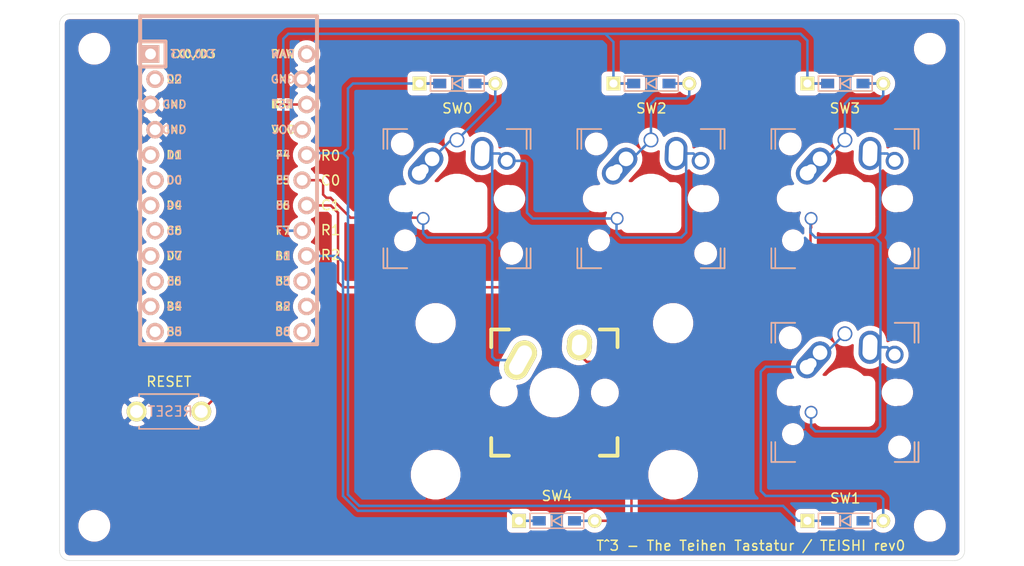
<source format=kicad_pcb>
(kicad_pcb (version 20171130) (host pcbnew "(5.1.2-1)-1")
  (layers (0 F.Cu signal) (31 B.Cu signal) (34 B.Paste user) (35 F.Paste user) (36 B.SilkS user) (37 F.SilkS user) (38 B.Mask user) (39 F.Mask user) (44 Edge.Cuts user))
  (net 0 "")
  (net 1 ROW0)
  (net 2 "Net-(D0-Pad2)")
  (net 3 "Net-(D1-Pad2)")
  (net 4 ROW1)
  (net 5 "Net-(D2-Pad2)")
  (net 6 "Net-(D3-Pad2)")
  (net 7 ROW2)
  (net 8 "Net-(D4-Pad2)")
  (net 9 COL0)
  (net 10 COL1)
  (net 11 RST)
  (net 12 GND)
  (module zeriyoshi:zeriparrot (layer F.Cu) (at 21.5 45)
    (fp_text reference G*** hide)
    (fp_text value LOGO hide)
  )
  (module MountingHole:MountingHole_2.2mm_M2 (layer F.Cu) (at 3.5 51.5)
    (fp_text reference REF** hide)
    (fp_text value MountingHole_2.2mm_M2)
    (pad 1 np_thru_hole circle (at 0 0) (size 2.2 2.2) (drill 2.2) (layers *.Cu *.Mask))
  )
  (module MountingHole:MountingHole_2.2mm_M2 (layer F.Cu) (at 87.5 51.5)
    (fp_text reference REF** hide)
    (fp_text value MountingHole_2.2mm_M2)
    (pad 1 np_thru_hole circle (at 0 0) (size 2.2 2.2) (drill 2.2) (layers *.Cu *.Mask))
  )
  (module MountingHole:MountingHole_2.2mm_M2 (layer F.Cu) (at 87.5 3.5)
    (fp_text reference REF** hide)
    (fp_text value MountingHole_2.2mm_M2)
    (pad 1 np_thru_hole circle (at 0 0) (size 2.2 2.2) (drill 2.2) (layers *.Cu *.Mask))
  )
  (module MountingHole:MountingHole_2.2mm_M2 (layer F.Cu) (at 3.5 3.5)
    (fp_text reference REF** hide)
    (fp_text value MountingHole_2.2mm_M2)
    (pad 1 np_thru_hole circle (at 0 0) (size 2.2 2.2) (drill 2.2) (layers *.Cu *.Mask))
  )
  (module keebio_san:ArduinoProMicro-ZigZag (layer F.Cu) (at 17 18 270)
    (fp_text reference U1 hide)
    (fp_text value ProMicro hide)
    (fp_text user ST (at -8.91 -5.04) (layer B.SilkS) (effects (font (size 0.8 0.8)) (justify mirror)))
    (fp_text user TX0/D3 (at -13.97 3.571872) (layer F.SilkS) (effects (font (size 0.8 0.8))))
    (fp_text user TX0/D3 (at -13.97 3.571872) (layer B.SilkS) (effects (font (size 0.8 0.8)) (justify mirror)))
    (fp_text user D2 (at -11.43 5.461) (layer F.SilkS) (effects (font (size 0.8 0.8))))
    (fp_text user D0 (at -1.27 5.461) (layer F.SilkS) (effects (font (size 0.8 0.8))))
    (fp_text user D1 (at -3.81 5.461) (layer F.SilkS) (effects (font (size 0.8 0.8))))
    (fp_text user GND (at -6.35 5.461) (layer F.SilkS) (effects (font (size 0.8 0.8))))
    (fp_text user GND (at -8.89 5.461) (layer F.SilkS) (effects (font (size 0.8 0.8))))
    (fp_text user D4 (at 1.27 5.461) (layer F.SilkS) (effects (font (size 0.8 0.8))))
    (fp_text user C6 (at 3.81 5.461) (layer F.SilkS) (effects (font (size 0.8 0.8))))
    (fp_text user D7 (at 6.35 5.461) (layer F.SilkS) (effects (font (size 0.8 0.8))))
    (fp_text user E6 (at 8.89 5.461) (layer F.SilkS) (effects (font (size 0.8 0.8))))
    (fp_text user B4 (at 11.43 5.461) (layer F.SilkS) (effects (font (size 0.8 0.8))))
    (fp_text user B5 (at 13.97 5.461) (layer F.SilkS) (effects (font (size 0.8 0.8))))
    (fp_text user B6 (at 13.97 -5.461) (layer F.SilkS) (effects (font (size 0.8 0.8))))
    (fp_text user B2 (at 11.43 -5.461) (layer B.SilkS) (effects (font (size 0.8 0.8)) (justify mirror)))
    (fp_text user B3 (at 8.89 -5.461) (layer F.SilkS) (effects (font (size 0.8 0.8))))
    (fp_text user B1 (at 6.35 -5.461) (layer F.SilkS) (effects (font (size 0.8 0.8))))
    (fp_text user F7 (at 3.81 -5.461) (layer B.SilkS) (effects (font (size 0.8 0.8)) (justify mirror)))
    (fp_text user F6 (at 1.27 -5.461) (layer B.SilkS) (effects (font (size 0.8 0.8)) (justify mirror)))
    (fp_text user F5 (at -1.27 -5.461) (layer B.SilkS) (effects (font (size 0.8 0.8)) (justify mirror)))
    (fp_text user F4 (at -3.81 -5.461) (layer F.SilkS) (effects (font (size 0.8 0.8))))
    (fp_text user VCC (at -6.35 -5.461) (layer F.SilkS) (effects (font (size 0.8 0.8))))
    (fp_text user ST (at -8.92 -5.73312) (layer F.SilkS) (effects (font (size 0.8 0.8))))
    (fp_text user GND (at -11.43 -5.461) (layer F.SilkS) (effects (font (size 0.8 0.8))))
    (fp_text user RAW (at -13.97 -5.461) (layer F.SilkS) (effects (font (size 0.8 0.8))))
    (fp_text user RAW (at -13.97 -5.461) (layer B.SilkS) (effects (font (size 0.8 0.8)) (justify mirror)))
    (fp_text user GND (at -11.43 -5.461) (layer B.SilkS) (effects (font (size 0.8 0.8)) (justify mirror)))
    (fp_text user VCC (at -6.35 -5.461) (layer B.SilkS) (effects (font (size 0.8 0.8)) (justify mirror)))
    (fp_text user F4 (at -3.81 -5.461) (layer B.SilkS) (effects (font (size 0.8 0.8)) (justify mirror)))
    (fp_text user F5 (at -1.27 -5.461) (layer F.SilkS) (effects (font (size 0.8 0.8))))
    (fp_text user F6 (at 1.27 -5.461) (layer F.SilkS) (effects (font (size 0.8 0.8))))
    (fp_text user F7 (at 3.81 -5.461) (layer F.SilkS) (effects (font (size 0.8 0.8))))
    (fp_text user B1 (at 6.35 -5.461) (layer B.SilkS) (effects (font (size 0.8 0.8)) (justify mirror)))
    (fp_text user B3 (at 8.89 -5.461) (layer B.SilkS) (effects (font (size 0.8 0.8)) (justify mirror)))
    (fp_text user B2 (at 11.43 -5.461) (layer F.SilkS) (effects (font (size 0.8 0.8))))
    (fp_text user B6 (at 13.97 -5.461) (layer B.SilkS) (effects (font (size 0.8 0.8)) (justify mirror)))
    (fp_text user B5 (at 13.97 5.461) (layer B.SilkS) (effects (font (size 0.8 0.8)) (justify mirror)))
    (fp_text user B4 (at 11.43 5.461) (layer B.SilkS) (effects (font (size 0.8 0.8)) (justify mirror)))
    (fp_text user E6 (at 8.89 5.461) (layer B.SilkS) (effects (font (size 0.8 0.8)) (justify mirror)))
    (fp_text user D7 (at 6.35 5.461) (layer B.SilkS) (effects (font (size 0.8 0.8)) (justify mirror)))
    (fp_text user C6 (at 3.81 5.461) (layer B.SilkS) (effects (font (size 0.8 0.8)) (justify mirror)))
    (fp_text user D4 (at 1.27 5.461) (layer B.SilkS) (effects (font (size 0.8 0.8)) (justify mirror)))
    (fp_text user GND (at -8.89 5.461) (layer B.SilkS) (effects (font (size 0.8 0.8)) (justify mirror)))
    (fp_text user GND (at -6.35 5.461) (layer B.SilkS) (effects (font (size 0.8 0.8)) (justify mirror)))
    (fp_text user D1 (at -3.81 5.461) (layer B.SilkS) (effects (font (size 0.8 0.8)) (justify mirror)))
    (fp_text user D0 (at -1.27 5.461) (layer B.SilkS) (effects (font (size 0.8 0.8)) (justify mirror)))
    (fp_text user D2 (at -11.43 5.461) (layer B.SilkS) (effects (font (size 0.8 0.8)) (justify mirror)))
    (pad 24 thru_hole circle (at -13.97 -7.8486 270) (size 1.7526 1.7526) (drill 1.0922) (layers *.Cu *.SilkS *.Mask))
    (pad 12 thru_hole circle (at 13.97 7.3914 270) (size 1.7526 1.7526) (drill 1.0922) (layers *.Cu *.SilkS *.Mask))
    (pad 23 thru_hole circle (at -11.43 -7.3914 270) (size 1.7526 1.7526) (drill 1.0922) (layers *.Cu *.SilkS *.Mask) (net 12 GND))
    (pad 22 thru_hole circle (at -8.89 -7.8486 270) (size 1.7526 1.7526) (drill 1.0922) (layers *.Cu *.SilkS *.Mask) (net 11 RST))
    (pad 21 thru_hole circle (at -6.35 -7.3914 270) (size 1.7526 1.7526) (drill 1.0922) (layers *.Cu *.SilkS *.Mask))
    (pad 20 thru_hole circle (at -3.81 -7.8486 270) (size 1.7526 1.7526) (drill 1.0922) (layers *.Cu *.SilkS *.Mask) (net 1 ROW0))
    (pad 19 thru_hole circle (at -1.27 -7.3914 270) (size 1.7526 1.7526) (drill 1.0922) (layers *.Cu *.SilkS *.Mask) (net 9 COL0))
    (pad 18 thru_hole circle (at 1.27 -7.8486 270) (size 1.7526 1.7526) (drill 1.0922) (layers *.Cu *.SilkS *.Mask) (net 10 COL1))
    (pad 17 thru_hole circle (at 3.81 -7.3914 270) (size 1.7526 1.7526) (drill 1.0922) (layers *.Cu *.SilkS *.Mask) (net 4 ROW1))
    (pad 16 thru_hole circle (at 6.35 -7.8486 270) (size 1.7526 1.7526) (drill 1.0922) (layers *.Cu *.SilkS *.Mask) (net 7 ROW2))
    (pad 15 thru_hole circle (at 8.89 -7.3914 270) (size 1.7526 1.7526) (drill 1.0922) (layers *.Cu *.SilkS *.Mask))
    (pad 14 thru_hole circle (at 11.43 -7.8486 270) (size 1.7526 1.7526) (drill 1.0922) (layers *.Cu *.SilkS *.Mask))
    (pad 13 thru_hole circle (at 13.97 -7.3914 270) (size 1.7526 1.7526) (drill 1.0922) (layers *.Cu *.SilkS *.Mask))
    (pad 11 thru_hole circle (at 11.43 7.8486 270) (size 1.7526 1.7526) (drill 1.0922) (layers *.Cu *.SilkS *.Mask))
    (pad 10 thru_hole circle (at 8.89 7.3914 270) (size 1.7526 1.7526) (drill 1.0922) (layers *.Cu *.SilkS *.Mask))
    (pad 9 thru_hole circle (at 6.35 7.8486 270) (size 1.7526 1.7526) (drill 1.0922) (layers *.Cu *.SilkS *.Mask))
    (pad 8 thru_hole circle (at 3.81 7.3914 270) (size 1.7526 1.7526) (drill 1.0922) (layers *.Cu *.SilkS *.Mask))
    (pad 7 thru_hole circle (at 1.27 7.8486 270) (size 1.7526 1.7526) (drill 1.0922) (layers *.Cu *.SilkS *.Mask))
    (pad 6 thru_hole circle (at -1.27 7.3914 270) (size 1.7526 1.7526) (drill 1.0922) (layers *.Cu *.SilkS *.Mask))
    (pad 5 thru_hole circle (at -3.81 7.8486 270) (size 1.7526 1.7526) (drill 1.0922) (layers *.Cu *.SilkS *.Mask))
    (pad 4 thru_hole circle (at -6.35 7.3914 270) (size 1.7526 1.7526) (drill 1.0922) (layers *.Cu *.SilkS *.Mask) (net 12 GND))
    (pad 3 thru_hole circle (at -8.89 7.8486 270) (size 1.7526 1.7526) (drill 1.0922) (layers *.Cu *.SilkS *.Mask) (net 12 GND))
    (pad 2 thru_hole circle (at -11.43 7.3914 270) (size 1.7526 1.7526) (drill 1.0922) (layers *.Cu *.SilkS *.Mask))
    (pad 1 thru_hole rect (at -13.97 7.8486 270) (size 1.7526 1.7526) (drill 1.0922) (layers *.Cu *.SilkS *.Mask))
  )
  (module foostan_san:D3_TH_SMD (layer F.Cu) (at 40 7)
    (fp_text reference D0 hide)
    (fp_text value D hide)
    (pad 2 smd rect (at 1.775 0) (size 1.3 0.95) (layers F.Cu F.Paste F.Mask) (net 2 "Net-(D0-Pad2)"))
    (pad 2 thru_hole circle (at 3.81 0) (size 1.397 1.397) (drill 0.8128) (layers *.Cu *.Mask F.SilkS) (net 2 "Net-(D0-Pad2)"))
    (pad 1 thru_hole rect (at -3.81 0) (size 1.397 1.397) (drill 0.8128) (layers *.Cu *.Mask F.SilkS) (net 1 ROW0))
    (pad 1 smd rect (at -1.775 0) (size 1.3 0.95) (layers B.Cu B.Paste B.Mask) (net 1 ROW0))
    (pad 2 smd rect (at 1.775 0) (size 1.3 0.95) (layers B.Cu B.Paste B.Mask) (net 2 "Net-(D0-Pad2)"))
    (pad 1 smd rect (at -1.775 0) (size 1.3 0.95) (layers F.Cu F.Paste F.Mask) (net 1 ROW0))
  )
  (module foostan_san:D3_TH_SMD (layer F.Cu) (at 79 51)
    (fp_text reference D1 hide)
    (fp_text value D hide)
    (pad 2 smd rect (at 1.775 0) (size 1.3 0.95) (layers F.Cu F.Paste F.Mask) (net 3 "Net-(D1-Pad2)"))
    (pad 2 thru_hole circle (at 3.81 0) (size 1.397 1.397) (drill 0.8128) (layers *.Cu *.Mask F.SilkS) (net 3 "Net-(D1-Pad2)"))
    (pad 1 thru_hole rect (at -3.81 0) (size 1.397 1.397) (drill 0.8128) (layers *.Cu *.Mask F.SilkS) (net 1 ROW0))
    (pad 1 smd rect (at -1.775 0) (size 1.3 0.95) (layers B.Cu B.Paste B.Mask) (net 1 ROW0))
    (pad 2 smd rect (at 1.775 0) (size 1.3 0.95) (layers B.Cu B.Paste B.Mask) (net 3 "Net-(D1-Pad2)"))
    (pad 1 smd rect (at -1.775 0) (size 1.3 0.95) (layers F.Cu F.Paste F.Mask) (net 1 ROW0))
  )
  (module foostan_san:D3_TH_SMD (layer F.Cu) (at 59.5 7)
    (fp_text reference D2 hide)
    (fp_text value D hide)
    (pad 2 smd rect (at 1.775 0) (size 1.3 0.95) (layers F.Cu F.Paste F.Mask) (net 5 "Net-(D2-Pad2)"))
    (pad 2 thru_hole circle (at 3.81 0) (size 1.397 1.397) (drill 0.8128) (layers *.Cu *.Mask F.SilkS) (net 5 "Net-(D2-Pad2)"))
    (pad 1 thru_hole rect (at -3.81 0) (size 1.397 1.397) (drill 0.8128) (layers *.Cu *.Mask F.SilkS) (net 4 ROW1))
    (pad 1 smd rect (at -1.775 0) (size 1.3 0.95) (layers B.Cu B.Paste B.Mask) (net 4 ROW1))
    (pad 2 smd rect (at 1.775 0) (size 1.3 0.95) (layers B.Cu B.Paste B.Mask) (net 5 "Net-(D2-Pad2)"))
    (pad 1 smd rect (at -1.775 0) (size 1.3 0.95) (layers F.Cu F.Paste F.Mask) (net 4 ROW1))
  )
  (module foostan_san:D3_TH_SMD (layer F.Cu) (at 79 7)
    (fp_text reference D3 hide)
    (fp_text value D hide)
    (pad 2 smd rect (at 1.775 0) (size 1.3 0.95) (layers F.Cu F.Paste F.Mask) (net 6 "Net-(D3-Pad2)"))
    (pad 2 thru_hole circle (at 3.81 0) (size 1.397 1.397) (drill 0.8128) (layers *.Cu *.Mask F.SilkS) (net 6 "Net-(D3-Pad2)"))
    (pad 1 thru_hole rect (at -3.81 0) (size 1.397 1.397) (drill 0.8128) (layers *.Cu *.Mask F.SilkS) (net 4 ROW1))
    (pad 1 smd rect (at -1.775 0) (size 1.3 0.95) (layers B.Cu B.Paste B.Mask) (net 4 ROW1))
    (pad 2 smd rect (at 1.775 0) (size 1.3 0.95) (layers B.Cu B.Paste B.Mask) (net 6 "Net-(D3-Pad2)"))
    (pad 1 smd rect (at -1.775 0) (size 1.3 0.95) (layers F.Cu F.Paste F.Mask) (net 4 ROW1))
  )
  (module foostan_san:D3_TH_SMD (layer F.Cu) (at 50 51)
    (fp_text reference D4 hide)
    (fp_text value D hide)
    (pad 2 smd rect (at 1.775 0) (size 1.3 0.95) (layers F.Cu F.Paste F.Mask) (net 8 "Net-(D4-Pad2)"))
    (pad 2 thru_hole circle (at 3.81 0) (size 1.397 1.397) (drill 0.8128) (layers *.Cu *.Mask F.SilkS) (net 8 "Net-(D4-Pad2)"))
    (pad 1 thru_hole rect (at -3.81 0) (size 1.397 1.397) (drill 0.8128) (layers *.Cu *.Mask F.SilkS) (net 7 ROW2))
    (pad 1 smd rect (at -1.775 0) (size 1.3 0.95) (layers B.Cu B.Paste B.Mask) (net 7 ROW2))
    (pad 2 smd rect (at 1.775 0) (size 1.3 0.95) (layers B.Cu B.Paste B.Mask) (net 8 "Net-(D4-Pad2)"))
    (pad 1 smd rect (at -1.775 0) (size 1.3 0.95) (layers F.Cu F.Paste F.Mask) (net 7 ROW2))
  )
  (module shikamiya_san:MX-ALPS-Choc-X-straight-oneside (layer F.Cu) (at 42.5 13.5)
    (fp_text reference SW0 (at -2.5 -4) (layer F.SilkS))
    (fp_text value SW_Push hide)
    (pad "" np_thru_hole circle (at 2.96 5.08 48.1) (size 1.7 1.7) (drill 1.7) (layers *.Cu *.Mask))
    (pad "" np_thru_hole circle (at -8.04 5.08 48.1) (size 1.7 1.7) (drill 1.7) (layers *.Cu *.Mask))
    (pad 1 thru_hole circle (at 2.46 1.28) (size 1.8 1.8) (drill 1.2) (layers *.Cu *.Mask) (net 9 COL0))
    (pad "" np_thru_hole circle (at 2.54 5.08 48.0996) (size 1.75 1.75) (drill 1.75) (layers *.Cu *.Mask))
    (pad "" np_thru_hole circle (at -7.62 5.08 48.0996) (size 1.75 1.75) (drill 1.75) (layers *.Cu *.Mask))
    (pad "" np_thru_hole circle (at -2.54 5.08) (size 3.9878 3.9878) (drill 3.9878) (layers *.Cu *.Mask))
    (pad 1 thru_hole oval (at -0.02 0.54 87.8) (size 3.33 2.25) (drill oval 2.55 1.47) (layers *.Cu *.Mask) (net 9 COL0))
    (pad 2 thru_hole custom (at -6.35 2.54) (size 2.25 2.25) (drill 1.47) (layers *.Cu *.Mask) (net 2 "Net-(D0-Pad2)") (options (clearance outline) (anchor circle)) (primitives (gr_line (start 1.61 -1.16) (end 0.3 0.3) (width 1.4)) (gr_line (start 1.007915 -1.7579) (end -0.34 -0.26) (width 1.4)) (gr_arc (start 1.31 -1.46) (end 1.61 -1.16) (angle -180.3) (width 1.4))))
    (pad "" np_thru_hole circle (at -7.76 9.28 48.1) (size 1.2 1.2) (drill 1.2) (layers *.Cu *.Mask))
    (pad "" np_thru_hole oval (at -0.635 5.97916) (size 0.5 4.1) (drill oval 0.5 4.1) (layers *.Cu *.Mask))
    (pad "" np_thru_hole oval (at -4.84 5.98) (size 0.5 4.1) (drill oval 0.5 4.1) (layers *.Cu *.Mask))
    (pad "" np_thru_hole oval (at -2.54 6.88) (size 5.1 1.5) (drill oval 5.1 1.5) (layers *.Cu *.Mask))
    (pad "" np_thru_hole oval (at -4.44 5.98) (size 0.5 4.1) (drill oval 0.5 4.1) (layers *.Cu *.Mask))
    (pad "" np_thru_hole oval (at -2.54 7.78) (size 5.1 0.5) (drill oval 5.1 0.5) (layers *.Cu *.Mask))
    (pad "" np_thru_hole oval (at -2.54 4.18) (size 5.1 0.5) (drill oval 5.1 0.5) (layers *.Cu *.Mask))
    (pad "" np_thru_hole oval (at -0.24 5.98) (size 0.5 4.1) (drill oval 0.5 4.1) (layers *.Cu *.Mask))
    (pad 2 thru_hole circle (at -2.54 -0.82) (size 1.5 1.5) (drill 1.2) (layers *.Cu *.Mask) (net 2 "Net-(D0-Pad2)"))
    (pad 2 thru_hole circle (at -5.04 1.08) (size 2.25 2.25) (drill 1.47) (layers *.Cu B.Mask) (net 2 "Net-(D0-Pad2)"))
    (pad "" np_thru_hole circle (at 2.959992 10.579836 180) (size 1.3 1.3) (drill 1.3) (layers *.Cu *.Mask))
    (pad 1 thru_hole circle (at -5.940008 7.079836 180) (size 1.3 1.3) (drill 1) (layers *.Cu *.Mask) (net 9 COL0))
    (pad "" np_thru_hole circle (at -8.040008 -0.420164 180) (size 1.3 1.3) (drill 1.3) (layers *.Cu *.Mask))
    (pad 2 thru_hole circle (at -5.940008 2.179836 180) (size 1.6 1.6) (drill 1.1) (layers *.Cu *.Mask) (net 2 "Net-(D0-Pad2)"))
  )
  (module shikamiya_san:MX-ALPS-Choc-X-straight-oneside (layer F.Cu) (at 81.5 33)
    (fp_text reference SW1 (at -2.5 15.75) (layer F.SilkS))
    (fp_text value SW_Push hide)
    (pad "" np_thru_hole circle (at 2.96 5.08 48.1) (size 1.7 1.7) (drill 1.7) (layers *.Cu *.Mask))
    (pad "" np_thru_hole circle (at -8.04 5.08 48.1) (size 1.7 1.7) (drill 1.7) (layers *.Cu *.Mask))
    (pad 1 thru_hole circle (at 2.46 1.28) (size 1.8 1.8) (drill 1.2) (layers *.Cu *.Mask) (net 10 COL1))
    (pad "" np_thru_hole circle (at 2.54 5.08 48.0996) (size 1.75 1.75) (drill 1.75) (layers *.Cu *.Mask))
    (pad "" np_thru_hole circle (at -7.62 5.08 48.0996) (size 1.75 1.75) (drill 1.75) (layers *.Cu *.Mask))
    (pad "" np_thru_hole circle (at -2.54 5.08) (size 3.9878 3.9878) (drill 3.9878) (layers *.Cu *.Mask))
    (pad 1 thru_hole oval (at -0.02 0.54 87.8) (size 3.33 2.25) (drill oval 2.55 1.47) (layers *.Cu *.Mask) (net 10 COL1))
    (pad 2 thru_hole custom (at -6.35 2.54) (size 2.25 2.25) (drill 1.47) (layers *.Cu *.Mask) (net 3 "Net-(D1-Pad2)") (options (clearance outline) (anchor circle)) (primitives (gr_line (start 1.61 -1.16) (end 0.3 0.3) (width 1.4)) (gr_line (start 1.007915 -1.7579) (end -0.34 -0.26) (width 1.4)) (gr_arc (start 1.31 -1.46) (end 1.61 -1.16) (angle -180.3) (width 1.4))))
    (pad "" np_thru_hole circle (at -7.76 9.28 48.1) (size 1.2 1.2) (drill 1.2) (layers *.Cu *.Mask))
    (pad "" np_thru_hole oval (at -0.635 5.97916) (size 0.5 4.1) (drill oval 0.5 4.1) (layers *.Cu *.Mask))
    (pad "" np_thru_hole oval (at -4.84 5.98) (size 0.5 4.1) (drill oval 0.5 4.1) (layers *.Cu *.Mask))
    (pad "" np_thru_hole oval (at -2.54 6.88) (size 5.1 1.5) (drill oval 5.1 1.5) (layers *.Cu *.Mask))
    (pad "" np_thru_hole oval (at -4.44 5.98) (size 0.5 4.1) (drill oval 0.5 4.1) (layers *.Cu *.Mask))
    (pad "" np_thru_hole oval (at -2.54 7.78) (size 5.1 0.5) (drill oval 5.1 0.5) (layers *.Cu *.Mask))
    (pad "" np_thru_hole oval (at -2.54 4.18) (size 5.1 0.5) (drill oval 5.1 0.5) (layers *.Cu *.Mask))
    (pad "" np_thru_hole oval (at -0.24 5.98) (size 0.5 4.1) (drill oval 0.5 4.1) (layers *.Cu *.Mask))
    (pad 2 thru_hole circle (at -2.54 -0.82) (size 1.5 1.5) (drill 1.2) (layers *.Cu *.Mask) (net 3 "Net-(D1-Pad2)"))
    (pad 2 thru_hole circle (at -5.04 1.08) (size 2.25 2.25) (drill 1.47) (layers *.Cu B.Mask) (net 3 "Net-(D1-Pad2)"))
    (pad "" np_thru_hole circle (at 2.959992 10.579836 180) (size 1.3 1.3) (drill 1.3) (layers *.Cu *.Mask))
    (pad 1 thru_hole circle (at -5.940008 7.079836 180) (size 1.3 1.3) (drill 1) (layers *.Cu *.Mask) (net 10 COL1))
    (pad "" np_thru_hole circle (at -8.040008 -0.420164 180) (size 1.3 1.3) (drill 1.3) (layers *.Cu *.Mask))
    (pad 2 thru_hole circle (at -5.940008 2.179836 180) (size 1.6 1.6) (drill 1.1) (layers *.Cu *.Mask) (net 3 "Net-(D1-Pad2)"))
  )
  (module shikamiya_san:MX-ALPS-Choc-X-straight-oneside (layer F.Cu) (at 62 13.5)
    (fp_text reference SW2 (at -2.5 -4) (layer F.SilkS))
    (fp_text value SW_Push hide)
    (pad "" np_thru_hole circle (at 2.96 5.08 48.1) (size 1.7 1.7) (drill 1.7) (layers *.Cu *.Mask))
    (pad "" np_thru_hole circle (at -8.04 5.08 48.1) (size 1.7 1.7) (drill 1.7) (layers *.Cu *.Mask))
    (pad 1 thru_hole circle (at 2.46 1.28) (size 1.8 1.8) (drill 1.2) (layers *.Cu *.Mask) (net 9 COL0))
    (pad "" np_thru_hole circle (at 2.54 5.08 48.0996) (size 1.75 1.75) (drill 1.75) (layers *.Cu *.Mask))
    (pad "" np_thru_hole circle (at -7.62 5.08 48.0996) (size 1.75 1.75) (drill 1.75) (layers *.Cu *.Mask))
    (pad "" np_thru_hole circle (at -2.54 5.08) (size 3.9878 3.9878) (drill 3.9878) (layers *.Cu *.Mask))
    (pad 1 thru_hole oval (at -0.02 0.54 87.8) (size 3.33 2.25) (drill oval 2.55 1.47) (layers *.Cu *.Mask) (net 9 COL0))
    (pad 2 thru_hole custom (at -6.35 2.54) (size 2.25 2.25) (drill 1.47) (layers *.Cu *.Mask) (net 5 "Net-(D2-Pad2)") (options (clearance outline) (anchor circle)) (primitives (gr_line (start 1.61 -1.16) (end 0.3 0.3) (width 1.4)) (gr_line (start 1.007915 -1.7579) (end -0.34 -0.26) (width 1.4)) (gr_arc (start 1.31 -1.46) (end 1.61 -1.16) (angle -180.3) (width 1.4))))
    (pad "" np_thru_hole circle (at -7.76 9.28 48.1) (size 1.2 1.2) (drill 1.2) (layers *.Cu *.Mask))
    (pad "" np_thru_hole oval (at -0.635 5.97916) (size 0.5 4.1) (drill oval 0.5 4.1) (layers *.Cu *.Mask))
    (pad "" np_thru_hole oval (at -4.84 5.98) (size 0.5 4.1) (drill oval 0.5 4.1) (layers *.Cu *.Mask))
    (pad "" np_thru_hole oval (at -2.54 6.88) (size 5.1 1.5) (drill oval 5.1 1.5) (layers *.Cu *.Mask))
    (pad "" np_thru_hole oval (at -4.44 5.98) (size 0.5 4.1) (drill oval 0.5 4.1) (layers *.Cu *.Mask))
    (pad "" np_thru_hole oval (at -2.54 7.78) (size 5.1 0.5) (drill oval 5.1 0.5) (layers *.Cu *.Mask))
    (pad "" np_thru_hole oval (at -2.54 4.18) (size 5.1 0.5) (drill oval 5.1 0.5) (layers *.Cu *.Mask))
    (pad "" np_thru_hole oval (at -0.24 5.98) (size 0.5 4.1) (drill oval 0.5 4.1) (layers *.Cu *.Mask))
    (pad 2 thru_hole circle (at -2.54 -0.82) (size 1.5 1.5) (drill 1.2) (layers *.Cu *.Mask) (net 5 "Net-(D2-Pad2)"))
    (pad 2 thru_hole circle (at -5.04 1.08) (size 2.25 2.25) (drill 1.47) (layers *.Cu B.Mask) (net 5 "Net-(D2-Pad2)"))
    (pad "" np_thru_hole circle (at 2.959992 10.579836 180) (size 1.3 1.3) (drill 1.3) (layers *.Cu *.Mask))
    (pad 1 thru_hole circle (at -5.940008 7.079836 180) (size 1.3 1.3) (drill 1) (layers *.Cu *.Mask) (net 9 COL0))
    (pad "" np_thru_hole circle (at -8.040008 -0.420164 180) (size 1.3 1.3) (drill 1.3) (layers *.Cu *.Mask))
    (pad 2 thru_hole circle (at -5.940008 2.179836 180) (size 1.6 1.6) (drill 1.1) (layers *.Cu *.Mask) (net 5 "Net-(D2-Pad2)"))
  )
  (module shikamiya_san:MX-ALPS-Choc-X-straight-oneside (layer F.Cu) (at 81.5 13.5)
    (fp_text reference SW3 (at -2.54 -4) (layer F.SilkS))
    (fp_text value SW_Push hide)
    (pad "" np_thru_hole circle (at 2.96 5.08 48.1) (size 1.7 1.7) (drill 1.7) (layers *.Cu *.Mask))
    (pad "" np_thru_hole circle (at -8.04 5.08 48.1) (size 1.7 1.7) (drill 1.7) (layers *.Cu *.Mask))
    (pad 1 thru_hole circle (at 2.46 1.28) (size 1.8 1.8) (drill 1.2) (layers *.Cu *.Mask) (net 10 COL1))
    (pad "" np_thru_hole circle (at 2.54 5.08 48.0996) (size 1.75 1.75) (drill 1.75) (layers *.Cu *.Mask))
    (pad "" np_thru_hole circle (at -7.62 5.08 48.0996) (size 1.75 1.75) (drill 1.75) (layers *.Cu *.Mask))
    (pad "" np_thru_hole circle (at -2.54 5.08) (size 3.9878 3.9878) (drill 3.9878) (layers *.Cu *.Mask))
    (pad 1 thru_hole oval (at -0.02 0.54 87.8) (size 3.33 2.25) (drill oval 2.55 1.47) (layers *.Cu *.Mask) (net 10 COL1))
    (pad 2 thru_hole custom (at -6.35 2.54) (size 2.25 2.25) (drill 1.47) (layers *.Cu *.Mask) (net 6 "Net-(D3-Pad2)") (options (clearance outline) (anchor circle)) (primitives (gr_line (start 1.61 -1.16) (end 0.3 0.3) (width 1.4)) (gr_line (start 1.007915 -1.7579) (end -0.34 -0.26) (width 1.4)) (gr_arc (start 1.31 -1.46) (end 1.61 -1.16) (angle -180.3) (width 1.4))))
    (pad "" np_thru_hole circle (at -7.76 9.28 48.1) (size 1.2 1.2) (drill 1.2) (layers *.Cu *.Mask))
    (pad "" np_thru_hole oval (at -0.635 5.97916) (size 0.5 4.1) (drill oval 0.5 4.1) (layers *.Cu *.Mask))
    (pad "" np_thru_hole oval (at -4.84 5.98) (size 0.5 4.1) (drill oval 0.5 4.1) (layers *.Cu *.Mask))
    (pad "" np_thru_hole oval (at -2.54 6.88) (size 5.1 1.5) (drill oval 5.1 1.5) (layers *.Cu *.Mask))
    (pad "" np_thru_hole oval (at -4.44 5.98) (size 0.5 4.1) (drill oval 0.5 4.1) (layers *.Cu *.Mask))
    (pad "" np_thru_hole oval (at -2.54 7.78) (size 5.1 0.5) (drill oval 5.1 0.5) (layers *.Cu *.Mask))
    (pad "" np_thru_hole oval (at -2.54 4.18) (size 5.1 0.5) (drill oval 5.1 0.5) (layers *.Cu *.Mask))
    (pad "" np_thru_hole oval (at -0.24 5.98) (size 0.5 4.1) (drill oval 0.5 4.1) (layers *.Cu *.Mask))
    (pad 2 thru_hole circle (at -2.54 -0.82) (size 1.5 1.5) (drill 1.2) (layers *.Cu *.Mask) (net 6 "Net-(D3-Pad2)"))
    (pad 2 thru_hole circle (at -5.04 1.08) (size 2.25 2.25) (drill 1.47) (layers *.Cu B.Mask) (net 6 "Net-(D3-Pad2)"))
    (pad "" np_thru_hole circle (at 2.959992 10.579836 180) (size 1.3 1.3) (drill 1.3) (layers *.Cu *.Mask))
    (pad 1 thru_hole circle (at -5.940008 7.079836 180) (size 1.3 1.3) (drill 1) (layers *.Cu *.Mask) (net 10 COL1))
    (pad "" np_thru_hole circle (at -8.040008 -0.420164 180) (size 1.3 1.3) (drill 1.3) (layers *.Cu *.Mask))
    (pad 2 thru_hole circle (at -5.940008 2.179836 180) (size 1.6 1.6) (drill 1.1) (layers *.Cu *.Mask) (net 6 "Net-(D3-Pad2)"))
  )
  (module keebio_san:Hybrid_PCB_200H (layer F.Cu) (at 49.75 38.1)
    (fp_text reference SW4 (at 0.25 10.4) (layer F.SilkS))
    (fp_text value SW_Push hide)
    (pad HOLE np_thru_hole circle (at 11.938 8.255) (size 3.9878 3.9878) (drill 3.9878) (layers *.Cu))
    (pad HOLE np_thru_hole circle (at -11.938 8.255) (size 3.9878 3.9878) (drill 3.9878) (layers *.Cu))
    (pad HOLE np_thru_hole circle (at 11.938 -6.985) (size 3.048 3.048) (drill 3.048) (layers *.Cu))
    (pad HOLE np_thru_hole circle (at -11.938 -6.985) (size 3.048 3.048) (drill 3.048) (layers *.Cu))
    (pad HOLE np_thru_hole circle (at 5.08 0) (size 1.8 1.8) (drill 1.8) (layers *.Cu))
    (pad HOLE np_thru_hole circle (at -5.08 0) (size 1.8 1.8) (drill 1.8) (layers *.Cu))
    (pad HOLE np_thru_hole circle (at 0 0) (size 3.9878 3.9878) (drill 3.9878) (layers *.Cu))
    (pad 2 thru_hole oval (at 2.52 -4.79 356.1) (size 2.5 3.08) (drill oval 1.5 2.08) (layers *.Cu *.Mask F.SilkS) (net 8 "Net-(D4-Pad2)"))
    (pad 1 thru_hole oval (at -3.405 -3.27 330.95) (size 2.5 4.17) (drill oval 1.5 3.17) (layers *.Cu *.Mask F.SilkS) (net 9 COL0))
  )
  (module foostan_san:ResetSW (layer F.Cu) (at 11 40)
    (fp_text reference SW_RST1 hide)
    (fp_text value SW_Push)
    (fp_text user RESET (at 0 -3) (layer F.SilkS))
    (fp_text user RESET (at 0.127 0) (layer B.SilkS) (effects (justify mirror)))
    (pad 2 thru_hole circle (at -3.25 0) (size 2 2) (drill 1.3) (layers *.Cu *.Mask F.SilkS) (net 12 GND))
    (pad 1 thru_hole circle (at 3.25 0) (size 2 2) (drill 1.3) (layers *.Cu *.Mask F.SilkS) (net 11 RST))
  )
  (gr_text R2 (at 27.25 24.25) (layer F.SilkS) (effects (font (size 1 1))))
  (gr_text R1 (at 27.25 21.75) (layer F.SilkS) (effects (font (size 1 1))))
  (gr_text C1 (at 27.25 19.25) (layer F.SilkS) (effects (font (size 1 1))))
  (gr_text C0 (at 27.25 16.75) (layer F.SilkS) (effects (font (size 1 1))))
  (gr_text R0 (at 27.25 14.25) (layer F.SilkS) (effects (font (size 1 1))))
  (gr_text "T^3 - The Teihen Tastatur / TEISHI rev0" (at 69.5 53.5) (layer F.SilkS) (effects (font (size 1 1))))
  (gr_arc (start 1 1) (end 0 1) (angle 90) (layer Edge.Cuts) (width 0.05))
  (gr_arc (start 1 54) (end 1 55) (angle 90) (layer Edge.Cuts) (width 0.05))
  (gr_arc (start 90 54) (end 91 54) (angle 90) (layer Edge.Cuts) (width 0.05))
  (gr_arc (start 90 1) (end 91 1) (angle -90) (layer Edge.Cuts) (width 0.05))
  (gr_line (start 1 0) (end 90 0) (layer Edge.Cuts) (width 0.05))
  (gr_line (start 0 54) (end 0 1) (layer Edge.Cuts) (width 0.05))
  (gr_line (start 90 55) (end 1 55) (layer Edge.Cuts) (width 0.05))
  (gr_line (start 91 1) (end 91 54) (layer Edge.Cuts) (width 0.05))
  (segment (start 29 19.5) (end 29 20) (width 0.25) (layer B.Cu) (net 1))
  (segment (start 29 13.5) (end 28.5 14) (width 0.25) (layer B.Cu) (net 1))
  (segment (start 29.5 7) (end 36.19 7) (width 0.25) (layer B.Cu) (net 1))
  (segment (start 29 7.5) (end 29.5 7) (width 0.25) (layer B.Cu) (net 1))
  (segment (start 29 13.5) (end 29 7.5) (width 0.25) (layer B.Cu) (net 1))
  (segment (start 25.0386 14) (end 24.8486 14.19) (width 0.25) (layer B.Cu) (net 1))
  (segment (start 28.5 14) (end 25.0386 14) (width 0.25) (layer B.Cu) (net 1))
  (segment (start 29 14.5) (end 28.5 14) (width 0.25) (layer B.Cu) (net 1))
  (segment (start 29 20) (end 29 14.5) (width 0.25) (layer B.Cu) (net 1))
  (segment (start 38.225 7) (end 36.19 7) (width 0.25) (layer B.Cu) (net 1))
  (segment (start 36.19 7) (end 38.225 7) (width 0.25) (layer F.Cu) (net 1))
  (segment (start 77.225 51) (end 75.19 51) (width 0.25) (layer F.Cu) (net 1))
  (segment (start 75.19 51) (end 77.225 51) (width 0.25) (layer B.Cu) (net 1))
  (segment (start 72.7415 49.5) (end 74.2415 51) (width 0.25) (layer B.Cu) (net 1))
  (segment (start 74.2415 51) (end 75.19 51) (width 0.25) (layer B.Cu) (net 1))
  (segment (start 29 20) (end 29 48.36359) (width 0.25) (layer B.Cu) (net 1))
  (segment (start 30.13641 49.5) (end 72.7415 49.5) (width 0.25) (layer B.Cu) (net 1))
  (segment (start 29 48.36359) (end 30.13641 49.5) (width 0.25) (layer B.Cu) (net 1))
  (segment (start 41.775 7) (end 43.81 7) (width 0.25) (layer B.Cu) (net 2))
  (segment (start 43.81 8.83) (end 39.96 12.68) (width 0.25) (layer B.Cu) (net 2))
  (segment (start 43.81 7) (end 43.81 8.83) (width 0.25) (layer B.Cu) (net 2))
  (segment (start 39.36 12.68) (end 39.96 12.68) (width 0.25) (layer B.Cu) (net 2))
  (segment (start 37.46 14.58) (end 39.36 12.68) (width 0.25) (layer B.Cu) (net 2))
  (segment (start 41.775 7) (end 43.81 7) (width 0.25) (layer F.Cu) (net 2))
  (segment (start 80.775 51) (end 82.81 51) (width 0.25) (layer B.Cu) (net 3))
  (segment (start 77.06 34.08) (end 76.46 34.08) (width 0.25) (layer B.Cu) (net 3))
  (segment (start 78.96 32.18) (end 77.06 34.08) (width 0.25) (layer B.Cu) (net 3))
  (segment (start 70.5 36) (end 71 35.5) (width 0.25) (layer B.Cu) (net 3))
  (segment (start 75.15 35.589828) (end 75.15 35.54) (width 0.25) (layer B.Cu) (net 3))
  (segment (start 75.060172 35.5) (end 75.15 35.589828) (width 0.25) (layer B.Cu) (net 3))
  (segment (start 70.5 48) (end 70.5 36) (width 0.25) (layer B.Cu) (net 3))
  (segment (start 71 48.5) (end 70.5 48) (width 0.25) (layer B.Cu) (net 3))
  (segment (start 82.81 48.81) (end 82.5 48.5) (width 0.25) (layer B.Cu) (net 3))
  (segment (start 71 35.5) (end 75.060172 35.5) (width 0.25) (layer B.Cu) (net 3))
  (segment (start 82.5 48.5) (end 71 48.5) (width 0.25) (layer B.Cu) (net 3))
  (segment (start 82.81 51) (end 82.81 48.81) (width 0.25) (layer B.Cu) (net 3))
  (segment (start 80.775 51) (end 82.81 51) (width 0.25) (layer F.Cu) (net 3))
  (segment (start 55.69 7) (end 57.725 7) (width 0.25) (layer B.Cu) (net 4))
  (segment (start 75.19 7) (end 77.225 7) (width 0.25) (layer B.Cu) (net 4))
  (segment (start 54.87075 2) (end 55.69 2.81925) (width 0.25) (layer B.Cu) (net 4))
  (segment (start 24.3914 21.81) (end 22.81 21.81) (width 0.25) (layer B.Cu) (net 4))
  (segment (start 22.5 21.5) (end 22.5 2.5) (width 0.25) (layer B.Cu) (net 4))
  (segment (start 23 2) (end 54.87075 2) (width 0.25) (layer B.Cu) (net 4))
  (segment (start 55.69 2.81925) (end 55.69 7) (width 0.25) (layer B.Cu) (net 4))
  (segment (start 22.5 2.5) (end 23 2) (width 0.25) (layer B.Cu) (net 4))
  (segment (start 22.81 21.81) (end 22.5 21.5) (width 0.25) (layer B.Cu) (net 4))
  (segment (start 74.5 2) (end 54.87075 2) (width 0.25) (layer B.Cu) (net 4))
  (segment (start 75.19 2.69) (end 74.5 2) (width 0.25) (layer B.Cu) (net 4))
  (segment (start 75.19 7) (end 75.19 2.69) (width 0.25) (layer B.Cu) (net 4))
  (segment (start 55.69 7) (end 57.725 7) (width 0.25) (layer F.Cu) (net 4))
  (segment (start 75.19 7) (end 77.225 7) (width 0.25) (layer F.Cu) (net 4))
  (segment (start 61.275 7) (end 63.31 7) (width 0.25) (layer B.Cu) (net 5))
  (segment (start 60 8.5) (end 59.46 9.04) (width 0.25) (layer B.Cu) (net 5))
  (segment (start 63.31 8.19) (end 63 8.5) (width 0.25) (layer B.Cu) (net 5))
  (segment (start 59.46 9.04) (end 59.46 12.68) (width 0.25) (layer B.Cu) (net 5))
  (segment (start 63 8.5) (end 60 8.5) (width 0.25) (layer B.Cu) (net 5))
  (segment (start 63.31 7) (end 63.31 8.19) (width 0.25) (layer B.Cu) (net 5))
  (segment (start 57.56 14.58) (end 56.96 14.58) (width 0.25) (layer B.Cu) (net 5))
  (segment (start 59.46 12.68) (end 57.56 14.58) (width 0.25) (layer B.Cu) (net 5))
  (segment (start 61.275 7) (end 63.31 7) (width 0.25) (layer F.Cu) (net 5))
  (segment (start 80.775 7) (end 82.81 7) (width 0.25) (layer B.Cu) (net 6))
  (segment (start 75.6 16.04) (end 75.15 16.04) (width 0.25) (layer B.Cu) (net 6))
  (segment (start 78.96 12.68) (end 75.6 16.04) (width 0.25) (layer B.Cu) (net 6))
  (segment (start 78.96 9.04) (end 78.96 12.68) (width 0.25) (layer B.Cu) (net 6))
  (segment (start 79.5 8.5) (end 78.96 9.04) (width 0.25) (layer B.Cu) (net 6))
  (segment (start 82.5 8.5) (end 79.5 8.5) (width 0.25) (layer B.Cu) (net 6))
  (segment (start 82.81 8.19) (end 82.5 8.5) (width 0.25) (layer B.Cu) (net 6))
  (segment (start 82.81 7) (end 82.81 8.19) (width 0.25) (layer B.Cu) (net 6))
  (segment (start 80.775 7) (end 82.81 7) (width 0.25) (layer F.Cu) (net 6))
  (segment (start 47.5 51) (end 48.225 51) (width 0.25) (layer B.Cu) (net 7))
  (segment (start 46.19 51) (end 47.5 51) (width 0.25) (layer B.Cu) (net 7))
  (segment (start 47.5 51) (end 48 51) (width 0.25) (layer B.Cu) (net 7))
  (segment (start 46.19 51) (end 48.225 51) (width 0.25) (layer F.Cu) (net 7))
  (segment (start 27.85 24.35) (end 24.8486 24.35) (width 0.25) (layer B.Cu) (net 7))
  (segment (start 28.5 25) (end 27.85 24.35) (width 0.25) (layer B.Cu) (net 7))
  (segment (start 28.5 48.5) (end 28.5 25) (width 0.25) (layer B.Cu) (net 7))
  (segment (start 45.19 50) (end 30 50) (width 0.25) (layer B.Cu) (net 7))
  (segment (start 46.19 51) (end 45.19 50) (width 0.25) (layer B.Cu) (net 7))
  (segment (start 30 50) (end 28.5 48.5) (width 0.25) (layer B.Cu) (net 7))
  (segment (start 51.775 51) (end 53.81 51) (width 0.25) (layer B.Cu) (net 8))
  (segment (start 53.81 51) (end 51.775 51) (width 0.25) (layer F.Cu) (net 8))
  (segment (start 53 35) (end 52.27 34.27) (width 0.25) (layer F.Cu) (net 8))
  (segment (start 57.5 50.5) (end 57.5 35.5) (width 0.25) (layer F.Cu) (net 8))
  (segment (start 52.27 34.27) (end 52.27 33.31) (width 0.25) (layer F.Cu) (net 8))
  (segment (start 57 51) (end 57.5 50.5) (width 0.25) (layer F.Cu) (net 8))
  (segment (start 57 35) (end 53 35) (width 0.25) (layer F.Cu) (net 8))
  (segment (start 57.5 35.5) (end 57 35) (width 0.25) (layer F.Cu) (net 8))
  (segment (start 53.81 51) (end 57 51) (width 0.25) (layer F.Cu) (net 8))
  (segment (start 44.22 14.04) (end 44.96 14.78) (width 0.25) (layer B.Cu) (net 9))
  (segment (start 47.579836 20.579836) (end 56.059992 20.579836) (width 0.25) (layer B.Cu) (net 9))
  (segment (start 47 20) (end 47.579836 20.579836) (width 0.25) (layer B.Cu) (net 9))
  (segment (start 47 15) (end 47 20) (width 0.25) (layer B.Cu) (net 9))
  (segment (start 46.78 14.78) (end 47 15) (width 0.25) (layer B.Cu) (net 9))
  (segment (start 44.96 14.78) (end 46.78 14.78) (width 0.25) (layer B.Cu) (net 9))
  (segment (start 63.72 14.04) (end 64.46 14.78) (width 0.25) (layer B.Cu) (net 9))
  (segment (start 61.98 14.04) (end 63.72 14.04) (width 0.25) (layer B.Cu) (net 9))
  (segment (start 61.98 14.04) (end 63.20583 14.04) (width 0.25) (layer B.Cu) (net 9))
  (segment (start 43.54 14.04) (end 44.22 14.04) (width 0.25) (layer B.Cu) (net 9))
  (segment (start 42.48 14.04) (end 43.54 14.04) (width 0.25) (layer B.Cu) (net 9))
  (segment (start 43.5 14.08) (end 43.54 14.04) (width 0.25) (layer B.Cu) (net 9))
  (segment (start 43.5 22) (end 43.5 14.08) (width 0.25) (layer B.Cu) (net 9))
  (segment (start 43 22.5) (end 43.5 22) (width 0.25) (layer B.Cu) (net 9))
  (segment (start 36.559992 20.579836) (end 36.559992 22.059992) (width 0.25) (layer B.Cu) (net 9))
  (segment (start 37 22.5) (end 43 22.5) (width 0.25) (layer B.Cu) (net 9))
  (segment (start 36.559992 22.059992) (end 37 22.5) (width 0.25) (layer B.Cu) (net 9))
  (segment (start 43.83 34.83) (end 46.345 34.83) (width 0.25) (layer B.Cu) (net 9))
  (segment (start 43.5 34.5) (end 43.83 34.83) (width 0.25) (layer B.Cu) (net 9))
  (segment (start 43.5 23) (end 43.5 34.5) (width 0.25) (layer B.Cu) (net 9))
  (segment (start 43 22.5) (end 43.5 23) (width 0.25) (layer B.Cu) (net 9))
  (segment (start 62.5 22.5) (end 63 22) (width 0.25) (layer B.Cu) (net 9))
  (segment (start 56.5 22.5) (end 62.5 22.5) (width 0.25) (layer B.Cu) (net 9))
  (segment (start 63 22) (end 63 14.04) (width 0.25) (layer B.Cu) (net 9))
  (segment (start 56 22) (end 56.5 22.5) (width 0.25) (layer B.Cu) (net 9))
  (segment (start 56 20.5) (end 56 22) (width 0.25) (layer B.Cu) (net 9))
  (segment (start 26.5 18.1693) (end 26.5 17) (width 0.25) (layer F.Cu) (net 9))
  (segment (start 26.23 16.73) (end 24.3914 16.73) (width 0.25) (layer F.Cu) (net 9))
  (segment (start 26.8307 18.5) (end 26.5 18.1693) (width 0.25) (layer F.Cu) (net 9))
  (segment (start 29.25 20.5) (end 27.25 18.5) (width 0.25) (layer F.Cu) (net 9))
  (segment (start 27.25 18.5) (end 26.8307 18.5) (width 0.25) (layer F.Cu) (net 9))
  (segment (start 36.480156 20.5) (end 29.25 20.5) (width 0.25) (layer F.Cu) (net 9))
  (segment (start 26.5 17) (end 26.23 16.73) (width 0.25) (layer F.Cu) (net 9))
  (segment (start 36.559992 20.579836) (end 36.480156 20.5) (width 0.25) (layer F.Cu) (net 9))
  (segment (start 83.22 33.54) (end 83.96 34.28) (width 0.25) (layer B.Cu) (net 10))
  (segment (start 82.96 33.54) (end 83.22 33.54) (width 0.25) (layer B.Cu) (net 10))
  (segment (start 83.22 14.04) (end 83.96 14.78) (width 0.25) (layer B.Cu) (net 10))
  (segment (start 82.96 14.04) (end 83.22 14.04) (width 0.25) (layer B.Cu) (net 10))
  (segment (start 81.48 14.04) (end 82.96 14.04) (width 0.25) (layer B.Cu) (net 10))
  (segment (start 82.54 33.54) (end 82.96 33.54) (width 0.25) (layer B.Cu) (net 10))
  (segment (start 81.48 33.54) (end 82.54 33.54) (width 0.25) (layer B.Cu) (net 10))
  (segment (start 27.27 19.27) (end 24.8486 19.27) (width 0.25) (layer F.Cu) (net 10))
  (segment (start 28 20) (end 27.27 19.27) (width 0.25) (layer F.Cu) (net 10))
  (segment (start 28 27) (end 28 20) (width 0.25) (layer F.Cu) (net 10))
  (segment (start 28.5 27.5) (end 28 27) (width 0.25) (layer F.Cu) (net 10))
  (segment (start 75.5 27) (end 75 27.5) (width 0.25) (layer F.Cu) (net 10))
  (segment (start 75 27.5) (end 28.5 27.5) (width 0.25) (layer F.Cu) (net 10))
  (segment (start 75.559992 21.499074) (end 75.5 21.559066) (width 0.25) (layer F.Cu) (net 10))
  (segment (start 75.5 21.559066) (end 75.5 27) (width 0.25) (layer F.Cu) (net 10))
  (segment (start 75.559992 20.579836) (end 75.559992 21.499074) (width 0.25) (layer F.Cu) (net 10))
  (segment (start 82.5 22) (end 82.5 14.04) (width 0.25) (layer B.Cu) (net 10))
  (segment (start 82 22.5) (end 82.5 22) (width 0.25) (layer B.Cu) (net 10))
  (segment (start 75.5 22) (end 76 22.5) (width 0.25) (layer B.Cu) (net 10))
  (segment (start 76 22.5) (end 82 22.5) (width 0.25) (layer B.Cu) (net 10))
  (segment (start 75.5 20.639828) (end 75.5 22) (width 0.25) (layer B.Cu) (net 10))
  (segment (start 75.559992 20.579836) (end 75.5 20.639828) (width 0.25) (layer B.Cu) (net 10))
  (segment (start 82.54 23.04) (end 82 22.5) (width 0.25) (layer B.Cu) (net 10))
  (segment (start 82.54 33.54) (end 82.54 23.04) (width 0.25) (layer B.Cu) (net 10))
  (segment (start 75.559992 41.559992) (end 75.559992 40.079836) (width 0.25) (layer B.Cu) (net 10))
  (segment (start 82 42) (end 76 42) (width 0.25) (layer B.Cu) (net 10))
  (segment (start 76 42) (end 75.559992 41.559992) (width 0.25) (layer B.Cu) (net 10))
  (segment (start 82.5 41.5) (end 82 42) (width 0.25) (layer B.Cu) (net 10))
  (segment (start 82.5 33.5) (end 82.5 41.5) (width 0.25) (layer B.Cu) (net 10))
  (segment (start 15.5 38.75) (end 14.25 40) (width 0.25) (layer F.Cu) (net 11))
  (segment (start 15.5 9.5) (end 15.5 38.75) (width 0.25) (layer F.Cu) (net 11))
  (segment (start 15.89 9.11) (end 15.5 9.5) (width 0.25) (layer F.Cu) (net 11))
  (segment (start 24.8486 9.11) (end 15.89 9.11) (width 0.25) (layer F.Cu) (net 11))
  (zone (net 12) (net_name GND) (layer F.Cu) (connect_pads (clearance 0.508)) (min_thickness 0.254) (fill yes (arc_segments 32) (thermal_gap 0.508) (thermal_bridge_width 0.508))
    (polygon (pts (xy 0 0) (xy 91 0) (xy 91 55) (xy 0 55)))
  )
  (zone (net 12) (net_name GND) (layer B.Cu) (connect_pads (clearance 0.508)) (min_thickness 0.254) (fill yes (arc_segments 32) (thermal_gap 0.508) (thermal_bridge_width 0.508))
    (polygon (pts (xy 91 55) (xy 91 0) (xy 0 0) (xy 0 55)))
  )
)
</source>
